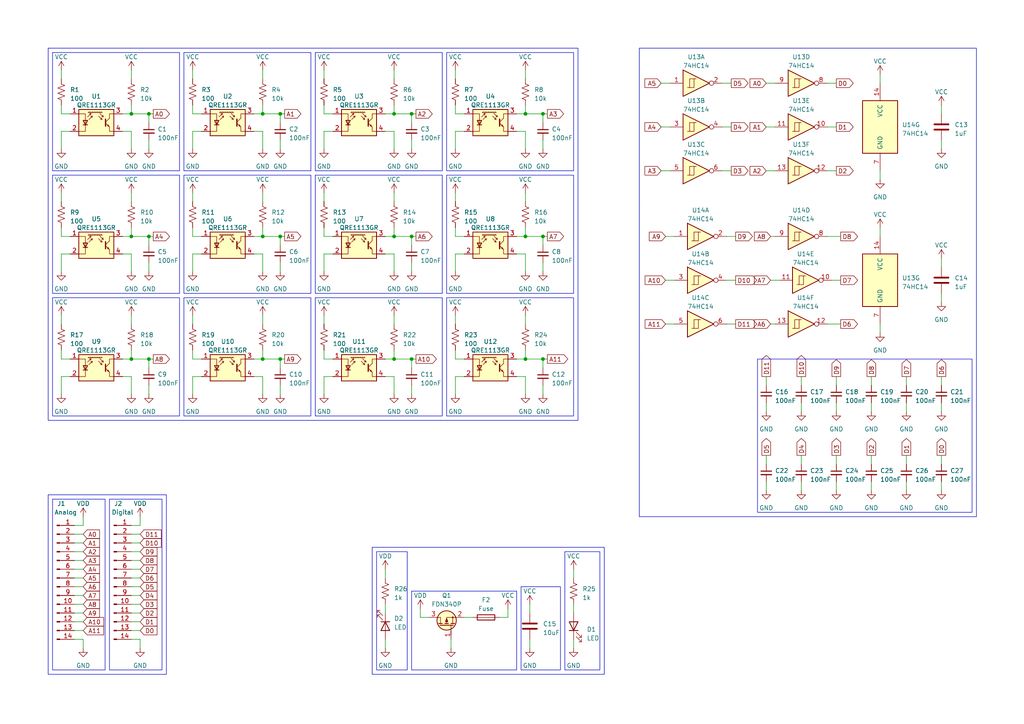
<source format=kicad_sch>
(kicad_sch (version 20230121) (generator eeschema)
  (paper "A4")
  (junction (at 157.48 104.14))
  (junction (at 114.3 104.14))
  (junction (at 38.1 33.02))
  (junction (at 43.18 33.02))
  (junction (at 119.38 68.58))
  (junction (at 76.2 33.02))
  (junction (at 119.38 104.14))
  (junction (at 81.28 68.58))
  (junction (at 152.4 104.14))
  (junction (at 76.2 68.58))
  (junction (at 152.4 68.58))
  (junction (at 43.18 104.14))
  (junction (at 76.2 104.14))
  (junction (at 43.18 68.58))
  (junction (at 81.28 33.02))
  (junction (at 38.1 104.14))
  (junction (at 38.1 68.58))
  (junction (at 81.28 104.14))
  (junction (at 157.48 68.58))
  (junction (at 114.3 33.02))
  (junction (at 119.38 33.02))
  (junction (at 157.48 33.02))
  (junction (at 114.3 68.58))
  (junction (at 152.4 33.02))
  (wire (pts (xy 119.38 33.02) (xy 119.38 35.56)))
  (wire (pts (xy 242.57 109.22) (xy 242.57 111.76)))
  (wire (pts (xy 252.73 132.08) (xy 252.73 134.62)))
  (wire (pts (xy 17.78 38.1) (xy 20.32 38.1)))
  (wire (pts (xy 114.3 20.32) (xy 114.3 22.86)))
  (wire (pts (xy 273.05 109.22) (xy 273.05 111.76)))
  (wire (pts (xy 35.56 33.02) (xy 38.1 33.02)))
  (wire (pts (xy 152.4 68.58) (xy 157.48 68.58)))
  (wire (pts (xy 232.41 139.7) (xy 232.41 142.24)))
  (wire (pts (xy 38.1 185.42) (xy 40.64 185.42)))
  (wire (pts (xy 240.03 36.83) (xy 242.57 36.83)))
  (wire (pts (xy 149.86 33.02) (xy 152.4 33.02)))
  (wire (pts (xy 191.77 36.83) (xy 194.31 36.83)))
  (wire (pts (xy 21.59 160.02) (xy 24.13 160.02)))
  (wire (pts (xy 81.28 33.02) (xy 82.55 33.02)))
  (wire (pts (xy 222.25 132.08) (xy 222.25 134.62)))
  (wire (pts (xy 193.04 68.58) (xy 195.58 68.58)))
  (wire (pts (xy 121.92 179.07) (xy 124.46 179.07)))
  (wire (pts (xy 209.55 24.13) (xy 212.09 24.13)))
  (wire (pts (xy 55.88 38.1) (xy 58.42 38.1)))
  (wire (pts (xy 166.37 165.1) (xy 166.37 167.64)))
  (wire (pts (xy 35.56 38.1) (xy 38.1 38.1)))
  (wire (pts (xy 17.78 20.32) (xy 17.78 22.86)))
  (wire (pts (xy 149.86 109.22) (xy 152.4 109.22)))
  (wire (pts (xy 55.88 91.44) (xy 55.88 93.98)))
  (wire (pts (xy 73.66 33.02) (xy 76.2 33.02)))
  (wire (pts (xy 43.18 33.02) (xy 44.45 33.02)))
  (wire (pts (xy 114.3 109.22) (xy 114.3 114.3)))
  (wire (pts (xy 17.78 55.88) (xy 17.78 58.42)))
  (wire (pts (xy 38.1 73.66) (xy 38.1 78.74)))
  (wire (pts (xy 81.28 76.2) (xy 81.28 78.74)))
  (wire (pts (xy 81.28 104.14) (xy 82.55 104.14)))
  (wire (pts (xy 21.59 185.42) (xy 24.13 185.42)))
  (wire (pts (xy 262.89 116.84) (xy 262.89 119.38)))
  (wire (pts (xy 255.27 66.04) (xy 255.27 68.58)))
  (wire (pts (xy 273.05 139.7) (xy 273.05 142.24)))
  (wire (pts (xy 153.67 175.26) (xy 153.67 177.8)))
  (wire (pts (xy 152.4 73.66) (xy 152.4 78.74)))
  (wire (pts (xy 76.2 68.58) (xy 76.2 66.04)))
  (wire (pts (xy 134.62 179.07) (xy 137.16 179.07)))
  (wire (pts (xy 38.1 167.64) (xy 40.64 167.64)))
  (wire (pts (xy 55.88 30.48) (xy 55.88 33.02)))
  (wire (pts (xy 38.1 175.26) (xy 40.64 175.26)))
  (wire (pts (xy 43.18 40.64) (xy 43.18 43.18)))
  (wire (pts (xy 166.37 175.26) (xy 166.37 177.8)))
  (wire (pts (xy 114.3 68.58) (xy 114.3 66.04)))
  (wire (pts (xy 262.89 139.7) (xy 262.89 142.24)))
  (wire (pts (xy 255.27 93.98) (xy 255.27 96.52)))
  (wire (pts (xy 93.98 91.44) (xy 93.98 93.98)))
  (wire (pts (xy 111.76 185.42) (xy 111.76 187.96)))
  (wire (pts (xy 38.1 104.14) (xy 43.18 104.14)))
  (wire (pts (xy 38.1 180.34) (xy 40.64 180.34)))
  (wire (pts (xy 73.66 38.1) (xy 76.2 38.1)))
  (wire (pts (xy 152.4 104.14) (xy 152.4 101.6)))
  (wire (pts (xy 152.4 55.88) (xy 152.4 58.42)))
  (wire (pts (xy 273.05 132.08) (xy 273.05 134.62)))
  (wire (pts (xy 55.88 104.14) (xy 58.42 104.14)))
  (wire (pts (xy 157.48 68.58) (xy 157.48 71.12)))
  (wire (pts (xy 55.88 43.18) (xy 55.88 38.1)))
  (wire (pts (xy 17.78 43.18) (xy 17.78 38.1)))
  (wire (pts (xy 130.81 185.42) (xy 130.81 187.96)))
  (wire (pts (xy 132.08 43.18) (xy 132.08 38.1)))
  (wire (pts (xy 21.59 167.64) (xy 24.13 167.64)))
  (wire (pts (xy 17.78 33.02) (xy 20.32 33.02)))
  (wire (pts (xy 132.08 101.6) (xy 132.08 104.14)))
  (wire (pts (xy 152.4 33.02) (xy 152.4 30.48)))
  (wire (pts (xy 38.1 172.72) (xy 40.64 172.72)))
  (wire (pts (xy 132.08 114.3) (xy 132.08 109.22)))
  (wire (pts (xy 81.28 68.58) (xy 82.55 68.58)))
  (wire (pts (xy 38.1 104.14) (xy 38.1 101.6)))
  (wire (pts (xy 152.4 91.44) (xy 152.4 93.98)))
  (wire (pts (xy 38.1 68.58) (xy 43.18 68.58)))
  (wire (pts (xy 132.08 73.66) (xy 134.62 73.66)))
  (wire (pts (xy 222.25 139.7) (xy 222.25 142.24)))
  (wire (pts (xy 111.76 38.1) (xy 114.3 38.1)))
  (wire (pts (xy 262.89 132.08) (xy 262.89 134.62)))
  (wire (pts (xy 252.73 109.22) (xy 252.73 111.76)))
  (wire (pts (xy 93.98 33.02) (xy 96.52 33.02)))
  (wire (pts (xy 38.1 33.02) (xy 43.18 33.02)))
  (wire (pts (xy 38.1 152.4) (xy 40.64 152.4)))
  (wire (pts (xy 81.28 104.14) (xy 81.28 106.68)))
  (wire (pts (xy 119.38 33.02) (xy 120.65 33.02)))
  (wire (pts (xy 222.25 24.13) (xy 224.79 24.13)))
  (wire (pts (xy 55.88 66.04) (xy 55.88 68.58)))
  (wire (pts (xy 114.3 91.44) (xy 114.3 93.98)))
  (wire (pts (xy 76.2 68.58) (xy 81.28 68.58)))
  (wire (pts (xy 40.64 152.4) (xy 40.64 149.86)))
  (wire (pts (xy 38.1 157.48) (xy 40.64 157.48)))
  (wire (pts (xy 21.59 175.26) (xy 24.13 175.26)))
  (wire (pts (xy 119.38 104.14) (xy 119.38 106.68)))
  (wire (pts (xy 35.56 68.58) (xy 38.1 68.58)))
  (wire (pts (xy 191.77 24.13) (xy 194.31 24.13)))
  (wire (pts (xy 210.82 93.98) (xy 213.36 93.98)))
  (wire (pts (xy 119.38 68.58) (xy 120.65 68.58)))
  (wire (pts (xy 76.2 104.14) (xy 76.2 101.6)))
  (wire (pts (xy 81.28 68.58) (xy 81.28 71.12)))
  (wire (pts (xy 17.78 114.3) (xy 17.78 109.22)))
  (wire (pts (xy 24.13 152.4) (xy 24.13 149.86)))
  (wire (pts (xy 132.08 20.32) (xy 132.08 22.86)))
  (wire (pts (xy 232.41 109.22) (xy 232.41 111.76)))
  (wire (pts (xy 55.88 33.02) (xy 58.42 33.02)))
  (wire (pts (xy 152.4 20.32) (xy 152.4 22.86)))
  (wire (pts (xy 121.92 176.53) (xy 121.92 179.07)))
  (wire (pts (xy 43.18 68.58) (xy 43.18 71.12)))
  (wire (pts (xy 222.25 36.83) (xy 224.79 36.83)))
  (wire (pts (xy 38.1 154.94) (xy 40.64 154.94)))
  (wire (pts (xy 153.67 185.42) (xy 153.67 187.96)))
  (wire (pts (xy 43.18 76.2) (xy 43.18 78.74)))
  (wire (pts (xy 43.18 111.76) (xy 43.18 114.3)))
  (wire (pts (xy 21.59 172.72) (xy 24.13 172.72)))
  (wire (pts (xy 223.52 93.98) (xy 224.79 93.98)))
  (wire (pts (xy 73.66 104.14) (xy 76.2 104.14)))
  (wire (pts (xy 114.3 104.14) (xy 114.3 101.6)))
  (wire (pts (xy 210.82 81.28) (xy 213.36 81.28)))
  (wire (pts (xy 157.48 68.58) (xy 158.75 68.58)))
  (wire (pts (xy 147.32 179.07) (xy 147.32 176.53)))
  (wire (pts (xy 232.41 116.84) (xy 232.41 119.38)))
  (wire (pts (xy 157.48 33.02) (xy 158.75 33.02)))
  (wire (pts (xy 21.59 165.1) (xy 24.13 165.1)))
  (wire (pts (xy 43.18 104.14) (xy 43.18 106.68)))
  (wire (pts (xy 152.4 68.58) (xy 152.4 66.04)))
  (wire (pts (xy 114.3 73.66) (xy 114.3 78.74)))
  (wire (pts (xy 255.27 49.53) (xy 255.27 52.07)))
  (wire (pts (xy 149.86 104.14) (xy 152.4 104.14)))
  (wire (pts (xy 93.98 38.1) (xy 96.52 38.1)))
  (wire (pts (xy 111.76 109.22) (xy 114.3 109.22)))
  (wire (pts (xy 17.78 30.48) (xy 17.78 33.02)))
  (wire (pts (xy 38.1 109.22) (xy 38.1 114.3)))
  (wire (pts (xy 111.76 104.14) (xy 114.3 104.14)))
  (wire (pts (xy 209.55 49.53) (xy 212.09 49.53)))
  (wire (pts (xy 157.48 40.64) (xy 157.48 43.18)))
  (wire (pts (xy 55.88 109.22) (xy 58.42 109.22)))
  (wire (pts (xy 21.59 180.34) (xy 24.13 180.34)))
  (wire (pts (xy 132.08 66.04) (xy 132.08 68.58)))
  (wire (pts (xy 149.86 73.66) (xy 152.4 73.66)))
  (wire (pts (xy 93.98 101.6) (xy 93.98 104.14)))
  (wire (pts (xy 255.27 21.59) (xy 255.27 24.13)))
  (wire (pts (xy 111.76 33.02) (xy 114.3 33.02)))
  (wire (pts (xy 93.98 104.14) (xy 96.52 104.14)))
  (wire (pts (xy 149.86 38.1) (xy 152.4 38.1)))
  (wire (pts (xy 21.59 157.48) (xy 24.13 157.48)))
  (wire (pts (xy 38.1 160.02) (xy 40.64 160.02)))
  (wire (pts (xy 273.05 116.84) (xy 273.05 119.38)))
  (wire (pts (xy 55.88 78.74) (xy 55.88 73.66)))
  (wire (pts (xy 241.3 81.28) (xy 243.84 81.28)))
  (wire (pts (xy 17.78 73.66) (xy 20.32 73.66)))
  (wire (pts (xy 38.1 177.8) (xy 40.64 177.8)))
  (wire (pts (xy 76.2 104.14) (xy 81.28 104.14)))
  (wire (pts (xy 76.2 38.1) (xy 76.2 43.18)))
  (wire (pts (xy 252.73 116.84) (xy 252.73 119.38)))
  (wire (pts (xy 119.38 68.58) (xy 119.38 71.12)))
  (wire (pts (xy 17.78 78.74) (xy 17.78 73.66)))
  (wire (pts (xy 152.4 33.02) (xy 157.48 33.02)))
  (wire (pts (xy 273.05 40.64) (xy 273.05 43.18)))
  (wire (pts (xy 17.78 91.44) (xy 17.78 93.98)))
  (wire (pts (xy 273.05 85.09) (xy 273.05 87.63)))
  (wire (pts (xy 114.3 38.1) (xy 114.3 43.18)))
  (wire (pts (xy 193.04 81.28) (xy 195.58 81.28)))
  (wire (pts (xy 24.13 185.42) (xy 24.13 187.96)))
  (wire (pts (xy 35.56 73.66) (xy 38.1 73.66)))
  (wire (pts (xy 38.1 68.58) (xy 38.1 66.04)))
  (wire (pts (xy 93.98 68.58) (xy 96.52 68.58)))
  (wire (pts (xy 193.04 93.98) (xy 195.58 93.98)))
  (wire (pts (xy 38.1 33.02) (xy 38.1 30.48)))
  (wire (pts (xy 157.48 33.02) (xy 157.48 35.56)))
  (wire (pts (xy 152.4 109.22) (xy 152.4 114.3)))
  (wire (pts (xy 43.18 33.02) (xy 43.18 35.56)))
  (wire (pts (xy 240.03 49.53) (xy 242.57 49.53)))
  (wire (pts (xy 132.08 55.88) (xy 132.08 58.42)))
  (wire (pts (xy 93.98 73.66) (xy 96.52 73.66)))
  (wire (pts (xy 273.05 30.48) (xy 273.05 33.02)))
  (wire (pts (xy 93.98 55.88) (xy 93.98 58.42)))
  (wire (pts (xy 149.86 68.58) (xy 152.4 68.58)))
  (wire (pts (xy 111.76 165.1) (xy 111.76 167.64)))
  (wire (pts (xy 76.2 55.88) (xy 76.2 58.42)))
  (wire (pts (xy 21.59 162.56) (xy 24.13 162.56)))
  (wire (pts (xy 73.66 73.66) (xy 76.2 73.66)))
  (wire (pts (xy 93.98 30.48) (xy 93.98 33.02)))
  (wire (pts (xy 93.98 66.04) (xy 93.98 68.58)))
  (wire (pts (xy 252.73 139.7) (xy 252.73 142.24)))
  (wire (pts (xy 119.38 104.14) (xy 120.65 104.14)))
  (wire (pts (xy 76.2 73.66) (xy 76.2 78.74)))
  (wire (pts (xy 157.48 111.76) (xy 157.48 114.3)))
  (wire (pts (xy 38.1 55.88) (xy 38.1 58.42)))
  (wire (pts (xy 166.37 185.42) (xy 166.37 187.96)))
  (wire (pts (xy 73.66 68.58) (xy 76.2 68.58)))
  (wire (pts (xy 152.4 104.14) (xy 157.48 104.14)))
  (wire (pts (xy 17.78 104.14) (xy 20.32 104.14)))
  (wire (pts (xy 43.18 104.14) (xy 44.45 104.14)))
  (wire (pts (xy 21.59 182.88) (xy 24.13 182.88)))
  (wire (pts (xy 191.77 49.53) (xy 194.31 49.53)))
  (wire (pts (xy 262.89 109.22) (xy 262.89 111.76)))
  (wire (pts (xy 114.3 104.14) (xy 119.38 104.14)))
  (wire (pts (xy 240.03 68.58) (xy 243.84 68.58)))
  (wire (pts (xy 38.1 91.44) (xy 38.1 93.98)))
  (wire (pts (xy 40.64 185.42) (xy 40.64 187.96)))
  (wire (pts (xy 210.82 68.58) (xy 213.36 68.58)))
  (wire (pts (xy 35.56 104.14) (xy 38.1 104.14)))
  (wire (pts (xy 55.88 114.3) (xy 55.88 109.22)))
  (wire (pts (xy 132.08 30.48) (xy 132.08 33.02)))
  (wire (pts (xy 119.38 76.2) (xy 119.38 78.74)))
  (wire (pts (xy 55.88 68.58) (xy 58.42 68.58)))
  (wire (pts (xy 43.18 68.58) (xy 44.45 68.58)))
  (wire (pts (xy 242.57 116.84) (xy 242.57 119.38)))
  (wire (pts (xy 132.08 78.74) (xy 132.08 73.66)))
  (wire (pts (xy 114.3 55.88) (xy 114.3 58.42)))
  (wire (pts (xy 209.55 36.83) (xy 212.09 36.83)))
  (wire (pts (xy 242.57 139.7) (xy 242.57 142.24)))
  (wire (pts (xy 119.38 40.64) (xy 119.38 43.18)))
  (wire (pts (xy 223.52 68.58) (xy 224.79 68.58)))
  (wire (pts (xy 93.98 114.3) (xy 93.98 109.22)))
  (wire (pts (xy 157.48 104.14) (xy 158.75 104.14)))
  (wire (pts (xy 17.78 101.6) (xy 17.78 104.14)))
  (wire (pts (xy 81.28 40.64) (xy 81.28 43.18)))
  (wire (pts (xy 35.56 109.22) (xy 38.1 109.22)))
  (wire (pts (xy 17.78 68.58) (xy 20.32 68.58)))
  (wire (pts (xy 76.2 33.02) (xy 81.28 33.02)))
  (wire (pts (xy 38.1 20.32) (xy 38.1 22.86)))
  (wire (pts (xy 240.03 24.13) (xy 242.57 24.13)))
  (wire (pts (xy 119.38 111.76) (xy 119.38 114.3)))
  (wire (pts (xy 76.2 20.32) (xy 76.2 22.86)))
  (wire (pts (xy 111.76 175.26) (xy 111.76 177.8)))
  (wire (pts (xy 81.28 111.76) (xy 81.28 114.3)))
  (wire (pts (xy 81.28 33.02) (xy 81.28 35.56)))
  (wire (pts (xy 21.59 170.18) (xy 24.13 170.18)))
  (wire (pts (xy 132.08 38.1) (xy 134.62 38.1)))
  (wire (pts (xy 38.1 170.18) (xy 40.64 170.18)))
  (wire (pts (xy 114.3 68.58) (xy 119.38 68.58)))
  (wire (pts (xy 222.25 109.22) (xy 222.25 111.76)))
  (wire (pts (xy 157.48 104.14) (xy 157.48 106.68)))
  (wire (pts (xy 38.1 162.56) (xy 40.64 162.56)))
  (wire (pts (xy 114.3 33.02) (xy 114.3 30.48)))
  (wire (pts (xy 93.98 20.32) (xy 93.98 22.86)))
  (wire (pts (xy 17.78 109.22) (xy 20.32 109.22)))
  (wire (pts (xy 232.41 132.08) (xy 232.41 134.62)))
  (wire (pts (xy 157.48 76.2) (xy 157.48 78.74)))
  (wire (pts (xy 17.78 66.04) (xy 17.78 68.58)))
  (wire (pts (xy 273.05 74.93) (xy 273.05 77.47)))
  (wire (pts (xy 55.88 55.88) (xy 55.88 58.42)))
  (wire (pts (xy 76.2 33.02) (xy 76.2 30.48)))
  (wire (pts (xy 55.88 73.66) (xy 58.42 73.66)))
  (wire (pts (xy 222.25 116.84) (xy 222.25 119.38)))
  (wire (pts (xy 223.52 81.28) (xy 226.06 81.28)))
  (wire (pts (xy 222.25 49.53) (xy 224.79 49.53)))
  (wire (pts (xy 73.66 109.22) (xy 76.2 109.22)))
  (wire (pts (xy 132.08 91.44) (xy 132.08 93.98)))
  (wire (pts (xy 240.03 93.98) (xy 243.84 93.98)))
  (wire (pts (xy 76.2 109.22) (xy 76.2 114.3)))
  (wire (pts (xy 21.59 154.94) (xy 24.13 154.94)))
  (wire (pts (xy 132.08 33.02) (xy 134.62 33.02)))
  (wire (pts (xy 93.98 109.22) (xy 96.52 109.22)))
  (wire (pts (xy 111.76 73.66) (xy 114.3 73.66)))
  (wire (pts (xy 152.4 38.1) (xy 152.4 43.18)))
  (wire (pts (xy 111.76 68.58) (xy 114.3 68.58)))
  (wire (pts (xy 38.1 182.88) (xy 40.64 182.88)))
  (wire (pts (xy 93.98 43.18) (xy 93.98 38.1)))
  (wire (pts (xy 55.88 101.6) (xy 55.88 104.14)))
  (wire (pts (xy 76.2 91.44) (xy 76.2 93.98)))
  (wire (pts (xy 21.59 152.4) (xy 24.13 152.4)))
  (wire (pts (xy 132.08 68.58) (xy 134.62 68.58)))
  (wire (pts (xy 38.1 165.1) (xy 40.64 165.1)))
  (wire (pts (xy 93.98 78.74) (xy 93.98 73.66)))
  (wire (pts (xy 242.57 132.08) (xy 242.57 134.62)))
  (wire (pts (xy 132.08 104.14) (xy 134.62 104.14)))
  (wire (pts (xy 132.08 109.22) (xy 134.62 109.22)))
  (wire (pts (xy 21.59 177.8) (xy 24.13 177.8)))
  (wire (pts (xy 114.3 33.02) (xy 119.38 33.02)))
  (wire (pts (xy 55.88 20.32) (xy 55.88 22.86)))
  (wire (pts (xy 144.78 179.07) (xy 147.32 179.07)))
  (wire (pts (xy 38.1 38.1) (xy 38.1 43.18)))
  (rectangle (start 119.38 171.45) (end 149.86 194.31))
  (rectangle (start 53.34 15.24) (end 90.17 49.53))
  (rectangle (start 91.44 50.8) (end 128.27 85.09))
  (rectangle (start 53.34 50.8) (end 90.17 85.09))
  (rectangle (start 53.34 86.36) (end 90.17 120.65))
  (rectangle (start 109.22 160.02) (end 118.11 194.31))
  (rectangle (start 163.83 160.02) (end 173.99 194.31))
  (rectangle (start 185.42 13.97) (end 283.21 149.86))
  (rectangle (start 151.13 170.18) (end 162.56 194.31))
  (rectangle (start 31.75 144.78) (end 46.99 194.31))
  (rectangle (start 15.24 50.8) (end 52.07 85.09))
  (rectangle (start 15.24 86.36) (end 52.07 120.65))
  (rectangle (start 13.97 143.51) (end 48.26 195.58))
  (rectangle (start 91.44 15.24) (end 128.27 49.53))
  (rectangle (start 129.54 15.24) (end 166.37 49.53))
  (rectangle (start 91.44 86.36) (end 128.27 120.65))
  (rectangle (start 107.95 158.75) (end 175.26 195.58))
  (rectangle (start 219.71 104.14) (end 281.94 148.59))
  (rectangle (start 13.97 13.97) (end 167.64 121.92))
  (rectangle (start 186.69 59.69) (end 281.94 102.87) (stroke (width 0) (color 255 255 255 1)))
  (rectangle (start 129.54 50.8) (end 166.37 85.09))
  (rectangle (start 15.24 15.24) (end 52.07 49.53))
  (rectangle (start 186.69 15.24) (end 281.94 58.42) (stroke (width 0) (color 255 255 255 1)))
  (rectangle (start 15.24 144.78) (end 30.48 194.31))
  (rectangle (start 129.54 86.36) (end 166.37 120.65))
  (global_label "A11" (shape input) (at 24.13 182.88 0) (property "Intersheetrefs" "${INTERSHEET_REFS}" (effects hide)))
  (global_label "D1" (shape output) (at 242.57 36.83 0) (property "Intersheetrefs" "${INTERSHEET_REFS}" (effects hide)))
  (global_label "D10" (shape input) (at 40.64 157.48 0) (property "Intersheetrefs" "${INTERSHEET_REFS}" (effects hide)))
  (global_label "A0" (shape input) (at 24.13 154.94 0) (property "Intersheetrefs" "${INTERSHEET_REFS}" (effects hide)))
  (global_label "A0" (shape input) (at 222.25 24.13 180) (property "Intersheetrefs" "${INTERSHEET_REFS}" (effects hide)))
  (global_label "A2" (shape output) (at 120.65 33.02 0) (property "Intersheetrefs" "${INTERSHEET_REFS}" (effects hide)))
  (global_label "A4" (shape input) (at 24.13 165.1 0) (property "Intersheetrefs" "${INTERSHEET_REFS}" (effects hide)))
  (global_label "D5" (shape output) (at 212.09 24.13 0) (property "Intersheetrefs" "${INTERSHEET_REFS}" (effects hide)))
  (global_label "A7" (shape output) (at 158.75 68.58 0) (property "Intersheetrefs" "${INTERSHEET_REFS}" (effects hide)))
  (global_label "A5" (shape output) (at 82.55 68.58 0) (property "Intersheetrefs" "${INTERSHEET_REFS}" (effects hide)))
  (global_label "D2" (shape output) (at 252.73 132.08 90) (property "Intersheetrefs" "${INTERSHEET_REFS}" (effects hide)))
  (global_label "A6" (shape output) (at 120.65 68.58 0) (property "Intersheetrefs" "${INTERSHEET_REFS}" (effects hide)))
  (global_label "A1" (shape input) (at 222.25 36.83 180) (property "Intersheetrefs" "${INTERSHEET_REFS}" (effects hide)))
  (global_label "A2" (shape input) (at 222.25 49.53 180) (property "Intersheetrefs" "${INTERSHEET_REFS}" (effects hide)))
  (global_label "A8" (shape input) (at 223.52 68.58 180) (property "Intersheetrefs" "${INTERSHEET_REFS}" (effects hide)))
  (global_label "A2" (shape input) (at 24.13 160.02 0) (property "Intersheetrefs" "${INTERSHEET_REFS}" (effects hide)))
  (global_label "A7" (shape input) (at 24.13 172.72 0) (property "Intersheetrefs" "${INTERSHEET_REFS}" (effects hide)))
  (global_label "A6" (shape input) (at 24.13 170.18 0) (property "Intersheetrefs" "${INTERSHEET_REFS}" (effects hide)))
  (global_label "D8" (shape output) (at 252.73 109.22 90) (property "Intersheetrefs" "${INTERSHEET_REFS}" (effects hide)))
  (global_label "D11" (shape output) (at 222.25 109.22 90) (property "Intersheetrefs" "${INTERSHEET_REFS}" (effects hide)))
  (global_label "D5" (shape output) (at 222.25 132.08 90) (property "Intersheetrefs" "${INTERSHEET_REFS}" (effects hide)))
  (global_label "D10" (shape output) (at 213.36 81.28 0) (property "Intersheetrefs" "${INTERSHEET_REFS}" (effects hide)))
  (global_label "D7" (shape output) (at 243.84 81.28 0) (property "Intersheetrefs" "${INTERSHEET_REFS}" (effects hide)))
  (global_label "A8" (shape input) (at 24.13 175.26 0) (property "Intersheetrefs" "${INTERSHEET_REFS}" (effects hide)))
  (global_label "D9" (shape output) (at 213.36 68.58 0) (property "Intersheetrefs" "${INTERSHEET_REFS}" (effects hide)))
  (global_label "A1" (shape input) (at 24.13 157.48 0) (property "Intersheetrefs" "${INTERSHEET_REFS}" (effects hide)))
  (global_label "D6" (shape output) (at 243.84 93.98 0) (property "Intersheetrefs" "${INTERSHEET_REFS}" (effects hide)))
  (global_label "A6" (shape input) (at 223.52 93.98 180) (property "Intersheetrefs" "${INTERSHEET_REFS}" (effects hide)))
  (global_label "D3" (shape input) (at 40.64 175.26 0) (property "Intersheetrefs" "${INTERSHEET_REFS}" (effects hide)))
  (global_label "D7" (shape output) (at 262.89 109.22 90) (property "Intersheetrefs" "${INTERSHEET_REFS}" (effects hide)))
  (global_label "D0" (shape input) (at 40.64 182.88 0) (property "Intersheetrefs" "${INTERSHEET_REFS}" (effects hide)))
  (global_label "A9" (shape input) (at 24.13 177.8 0) (property "Intersheetrefs" "${INTERSHEET_REFS}" (effects hide)))
  (global_label "D0" (shape output) (at 273.05 132.08 90) (property "Intersheetrefs" "${INTERSHEET_REFS}" (effects hide)))
  (global_label "D1" (shape input) (at 40.64 180.34 0) (property "Intersheetrefs" "${INTERSHEET_REFS}" (effects hide)))
  (global_label "A1" (shape output) (at 82.55 33.02 0) (property "Intersheetrefs" "${INTERSHEET_REFS}" (effects hide)))
  (global_label "A5" (shape input) (at 191.77 24.13 180) (property "Intersheetrefs" "${INTERSHEET_REFS}" (effects hide)))
  (global_label "D1" (shape output) (at 262.89 132.08 90) (property "Intersheetrefs" "${INTERSHEET_REFS}" (effects hide)))
  (global_label "A10" (shape input) (at 193.04 81.28 180) (property "Intersheetrefs" "${INTERSHEET_REFS}" (effects hide)))
  (global_label "D6" (shape input) (at 40.64 167.64 0) (property "Intersheetrefs" "${INTERSHEET_REFS}" (effects hide)))
  (global_label "A11" (shape output) (at 158.75 104.14 0) (property "Intersheetrefs" "${INTERSHEET_REFS}" (effects hide)))
  (global_label "D9" (shape input) (at 40.64 160.02 0) (property "Intersheetrefs" "${INTERSHEET_REFS}" (effects hide)))
  (global_label "A0" (shape output) (at 44.45 33.02 0) (property "Intersheetrefs" "${INTERSHEET_REFS}" (effects hide)))
  (global_label "D4" (shape input) (at 40.64 172.72 0) (property "Intersheetrefs" "${INTERSHEET_REFS}" (effects hide)))
  (global_label "A4" (shape input) (at 191.77 36.83 180) (property "Intersheetrefs" "${INTERSHEET_REFS}" (effects hide)))
  (global_label "D3" (shape output) (at 212.09 49.53 0) (property "Intersheetrefs" "${INTERSHEET_REFS}" (effects hide)))
  (global_label "D9" (shape output) (at 242.57 109.22 90) (property "Intersheetrefs" "${INTERSHEET_REFS}" (effects hide)))
  (global_label "A3" (shape input) (at 24.13 162.56 0) (property "Intersheetrefs" "${INTERSHEET_REFS}" (effects hide)))
  (global_label "A4" (shape output) (at 44.45 68.58 0) (property "Intersheetrefs" "${INTERSHEET_REFS}" (effects hide)))
  (global_label "D2" (shape output) (at 242.57 49.53 0) (property "Intersheetrefs" "${INTERSHEET_REFS}" (effects hide)))
  (global_label "A11" (shape input) (at 193.04 93.98 180) (property "Intersheetrefs" "${INTERSHEET_REFS}" (effects hide)))
  (global_label "D7" (shape input) (at 40.64 165.1 0) (property "Intersheetrefs" "${INTERSHEET_REFS}" (effects hide)))
  (global_label "D11" (shape input) (at 40.64 154.94 0) (property "Intersheetrefs" "${INTERSHEET_REFS}" (effects hide)))
  (global_label "A9" (shape input) (at 193.04 68.58 180) (property "Intersheetrefs" "${INTERSHEET_REFS}" (effects hide)))
  (global_label "A3" (shape input) (at 191.77 49.53 180) (property "Intersheetrefs" "${INTERSHEET_REFS}" (effects hide)))
  (global_label "A5" (shape input) (at 24.13 167.64 0) (property "Intersheetrefs" "${INTERSHEET_REFS}" (effects hide)))
  (global_label "D10" (shape output) (at 232.41 109.22 90) (property "Intersheetrefs" "${INTERSHEET_REFS}" (effects hide)))
  (global_label "A3" (shape output) (at 158.75 33.02 0) (property "Intersheetrefs" "${INTERSHEET_REFS}" (effects hide)))
  (global_label "D4" (shape output) (at 212.09 36.83 0) (property "Intersheetrefs" "${INTERSHEET_REFS}" (effects hide)))
  (global_label "A10" (shape output) (at 120.65 104.14 0) (property "Intersheetrefs" "${INTERSHEET_REFS}" (effects hide)))
  (global_label "D3" (shape output) (at 242.57 132.08 90) (property "Intersheetrefs" "${INTERSHEET_REFS}" (effects hide)))
  (global_label "D11" (shape output) (at 213.36 93.98 0) (property "Intersheetrefs" "${INTERSHEET_REFS}" (effects hide)))
  (global_label "A10" (shape input) (at 24.13 180.34 0) (property "Intersheetrefs" "${INTERSHEET_REFS}" (effects hide)))
  (global_label "A9" (shape output) (at 82.55 104.14 0) (property "Intersheetrefs" "${INTERSHEET_REFS}" (effects hide)))
  (global_label "D4" (shape output) (at 232.41 132.08 90) (property "Intersheetrefs" "${INTERSHEET_REFS}" (effects hide)))
  (global_label "D6" (shape output) (at 273.05 109.22 90) (property "Intersheetrefs" "${INTERSHEET_REFS}" (effects hide)))
  (global_label "D2" (shape input) (at 40.64 177.8 0) (property "Intersheetrefs" "${INTERSHEET_REFS}" (effects hide)))
  (global_label "A7" (shape input) (at 223.52 81.28 180) (property "Intersheetrefs" "${INTERSHEET_REFS}" (effects hide)))
  (global_label "D8" (shape output) (at 243.84 68.58 0) (property "Intersheetrefs" "${INTERSHEET_REFS}" (effects hide)))
  (global_label "D8" (shape input) (at 40.64 162.56 0) (property "Intersheetrefs" "${INTERSHEET_REFS}" (effects hide)))
  (global_label "D5" (shape input) (at 40.64 170.18 0) (property "Intersheetrefs" "${INTERSHEET_REFS}" (effects hide)))
  (global_label "D0" (shape output) (at 242.57 24.13 0) (property "Intersheetrefs" "${INTERSHEET_REFS}" (effects hide)))
  (global_label "A8" (shape output) (at 44.45 104.14 0) (property "Intersheetrefs" "${INTERSHEET_REFS}" (effects hide)))
  (symbol (lib_id "PCM_4ms_Power-symbol:GND") (at 273.05 43.18 0) (unit 1)
    (property "Reference" "#PWR064" (effects hide))
    (property "Value" "GND" (at 273.05 48.26 0))
  )
  (symbol (lib_id "Sensor_Proximity:QRE1113GR") (at 142.24 106.68 0) (unit 1)
    (property "Reference" "U12" (at 142.24 99.06 0))
    (property "Value" "QRE1113GR" (at 142.24 101.6 0))
    (property "Footprint" "OptoDevice:OnSemi_CASE100CY" (effects hide))
    (property "Datasheet" "http://www.onsemi.com/pub/Collateral/QRE1113-D.PDF" (effects hide))
  )
  (symbol (lib_id "Device:R_US") (at 132.08 26.67 0) (unit 1)
    (property "Reference" "R7" (at 134.62 26.035 0) (effects (justify left)))
    (property "Value" "100" (at 134.62 28.575 0) (effects (justify left)))
    (property "Footprint" "Resistor_SMD:R_0603_1608Metric" (effects hide))
  )
  (symbol (lib_id "Device:C_Small") (at 273.05 137.16 0) (unit 1)
    (property "Reference" "C27" (at 275.59 136.5313 0) (effects (justify left)))
    (property "Value" "100nF" (at 275.59 139.0713 0) (effects (justify left)))
    (property "Footprint" "Capacitor_SMD:C_0603_1608Metric" (effects hide))
  )
  (symbol (lib_id "PCM_4ms_Power-symbol:GND") (at 222.25 142.24 0) (unit 1)
    (property "Reference" "#PWR095" (effects hide))
    (property "Value" "GND" (at 222.25 147.32 0))
  )
  (symbol (lib_id "PCM_4ms_Power-symbol:GND") (at 222.25 119.38 0) (unit 1)
    (property "Reference" "#PWR082" (effects hide))
    (property "Value" "GND" (at 222.25 124.46 0))
  )
  (symbol (lib_id "Sensor_Proximity:QRE1113GR") (at 142.24 35.56 0) (unit 1)
    (property "Reference" "U4" (at 142.24 27.94 0))
    (property "Value" "QRE1113GR" (at 142.24 30.48 0))
    (property "Footprint" "OptoDevice:OnSemi_CASE100CY" (effects hide))
    (property "Datasheet" "http://www.onsemi.com/pub/Collateral/QRE1113-D.PDF" (effects hide))
  )
  (symbol (lib_id "74xx:74HC14") (at 255.27 36.83 0) (unit 7)
    (property "Reference" "U14" (at 261.62 36.195 0) (effects (justify left)))
    (property "Value" "74HC14" (at 261.62 38.735 0) (effects (justify left)))
    (property "Footprint" "PCM_Package_SO_AKL:SOIC-14_3.9x8.7mm_P1.27mm" (effects hide))
    (property "Datasheet" "http://www.ti.com/lit/gpn/sn74HC14" (effects hide))
  )
  (symbol (lib_id "74xx:74HC14") (at 232.41 24.13 0) (unit 4)
    (property "Reference" "U13" (at 232.41 16.51 0))
    (property "Value" "74HC14" (at 232.41 19.05 0))
    (property "Footprint" "PCM_Package_SO_AKL:SOIC-14_3.9x8.7mm_P1.27mm" (effects hide))
    (property "Datasheet" "http://www.ti.com/lit/gpn/sn74HC14" (effects hide))
  )
  (symbol (lib_id "PCM_4ms_Power-symbol:GND") (at 119.38 114.3 0) (unit 1)
    (property "Reference" "#PWR055" (effects hide))
    (property "Value" "GND" (at 119.38 119.38 0))
  )
  (symbol (lib_id "power:VCC") (at 76.2 20.32 0) (unit 1)
    (property "Reference" "#PWR08" (effects hide))
    (property "Value" "VCC" (at 76.2 16.51 0))
  )
  (symbol (lib_id "PCM_4ms_Power-symbol:GND") (at 119.38 43.18 0) (unit 1)
    (property "Reference" "#PWR015" (effects hide))
    (property "Value" "GND" (at 119.38 48.26 0))
  )
  (symbol (lib_id "Device:R_US") (at 55.88 26.67 0) (unit 1)
    (property "Reference" "R3" (at 58.42 26.035 0) (effects (justify left)))
    (property "Value" "100" (at 58.42 28.575 0) (effects (justify left)))
    (property "Footprint" "Resistor_SMD:R_0603_1608Metric" (effects hide))
  )
  (symbol (lib_id "74xx:74HC14") (at 232.41 49.53 0) (unit 6)
    (property "Reference" "U13" (at 232.41 41.91 0))
    (property "Value" "74HC14" (at 232.41 44.45 0))
    (property "Footprint" "PCM_Package_SO_AKL:SOIC-14_3.9x8.7mm_P1.27mm" (effects hide))
    (property "Datasheet" "http://www.ti.com/lit/gpn/sn74HC14" (effects hide))
  )
  (symbol (lib_id "Device:R_US") (at 152.4 62.23 0) (unit 1)
    (property "Reference" "R16" (at 154.94 61.595 0) (effects (justify left)))
    (property "Value" "10k" (at 154.94 64.135 0) (effects (justify left)))
    (property "Footprint" "Resistor_SMD:R_0603_1608Metric" (effects hide))
  )
  (symbol (lib_id "power:VCC") (at 166.37 165.1 0) (unit 1)
    (property "Reference" "#PWR077" (effects hide))
    (property "Value" "VCC" (at 166.37 161.29 0))
  )
  (symbol (lib_id "PCM_4ms_Power-symbol:GND") (at 76.2 114.3 0) (unit 1)
    (property "Reference" "#PWR049" (effects hide))
    (property "Value" "GND" (at 76.2 119.38 0))
  )
  (symbol (lib_id "Device:R_US") (at 152.4 26.67 0) (unit 1)
    (property "Reference" "R8" (at 154.94 26.035 0) (effects (justify left)))
    (property "Value" "10k" (at 154.94 28.575 0) (effects (justify left)))
    (property "Footprint" "Resistor_SMD:R_0603_1608Metric" (effects hide))
  )
  (symbol (lib_id "PCM_4ms_Power-symbol:GND") (at 76.2 43.18 0) (unit 1)
    (property "Reference" "#PWR09" (effects hide))
    (property "Value" "GND" (at 76.2 48.26 0))
  )
  (symbol (lib_id "PCM_4ms_Power-symbol:GND") (at 242.57 142.24 0) (unit 1)
    (property "Reference" "#PWR084" (effects hide))
    (property "Value" "GND" (at 242.57 147.32 0))
  )
  (symbol (lib_id "power:VDD") (at 24.13 149.86 0) (unit 1)
    (property "Reference" "#PWR069" (effects hide))
    (property "Value" "VDD" (at 24.13 146.05 0))
  )
  (symbol (lib_id "Device:C_Small") (at 119.38 38.1 0) (unit 1)
    (property "Reference" "C3" (at 121.92 37.4713 0) (effects (justify left)))
    (property "Value" "100nF" (at 121.92 40.0113 0) (effects (justify left)))
    (property "Footprint" "Capacitor_SMD:C_0603_1608Metric" (effects hide))
  )
  (symbol (lib_id "Sensor_Proximity:QRE1113GR") (at 104.14 106.68 0) (unit 1)
    (property "Reference" "U11" (at 104.14 99.06 0))
    (property "Value" "QRE1113GR" (at 104.14 101.6 0))
    (property "Footprint" "OptoDevice:OnSemi_CASE100CY" (effects hide))
    (property "Datasheet" "http://www.onsemi.com/pub/Collateral/QRE1113-D.PDF" (effects hide))
  )
  (symbol (lib_id "74xx:74HC14") (at 232.41 68.58 0) (unit 4)
    (property "Reference" "U14" (at 232.41 60.96 0))
    (property "Value" "74HC14" (at 232.41 63.5 0))
    (property "Footprint" "PCM_Package_SO_AKL:SOIC-14_3.9x8.7mm_P1.27mm" (effects hide))
    (property "Datasheet" "http://www.ti.com/lit/gpn/sn74HC14" (effects hide))
  )
  (symbol (lib_id "Device:C_Small") (at 43.18 38.1 0) (unit 1)
    (property "Reference" "C1" (at 45.72 37.4713 0) (effects (justify left)))
    (property "Value" "100nF" (at 45.72 40.0113 0) (effects (justify left)))
    (property "Footprint" "Capacitor_SMD:C_0603_1608Metric" (effects hide))
  )
  (symbol (lib_id "Device:R_US") (at 132.08 62.23 0) (unit 1)
    (property "Reference" "R15" (at 134.62 61.595 0) (effects (justify left)))
    (property "Value" "100" (at 134.62 64.135 0) (effects (justify left)))
    (property "Footprint" "Resistor_SMD:R_0603_1608Metric" (effects hide))
  )
  (symbol (lib_id "Device:R_US") (at 38.1 97.79 0) (unit 1)
    (property "Reference" "R18" (at 40.64 97.155 0) (effects (justify left)))
    (property "Value" "10k" (at 40.64 99.695 0) (effects (justify left)))
    (property "Footprint" "Resistor_SMD:R_0603_1608Metric" (effects hide))
  )
  (symbol (lib_id "power:VCC") (at 55.88 91.44 0) (unit 1)
    (property "Reference" "#PWR046" (effects hide))
    (property "Value" "VCC" (at 55.88 87.63 0))
  )
  (symbol (lib_id "Device:R_US") (at 17.78 62.23 0) (unit 1)
    (property "Reference" "R9" (at 20.32 61.595 0) (effects (justify left)))
    (property "Value" "100" (at 20.32 64.135 0) (effects (justify left)))
    (property "Footprint" "Resistor_SMD:R_0603_1608Metric" (effects hide))
  )
  (symbol (lib_id "Sensor_Proximity:QRE1113GR") (at 104.14 71.12 0) (unit 1)
    (property "Reference" "U7" (at 104.14 63.5 0))
    (property "Value" "QRE1113GR" (at 104.14 66.04 0))
    (property "Footprint" "OptoDevice:OnSemi_CASE100CY" (effects hide))
    (property "Datasheet" "http://www.onsemi.com/pub/Collateral/QRE1113-D.PDF" (effects hide))
  )
  (symbol (lib_id "74xx:74HC14") (at 203.2 81.28 0) (unit 2)
    (property "Reference" "U14" (at 203.2 73.66 0))
    (property "Value" "74HC14" (at 203.2 76.2 0))
    (property "Footprint" "PCM_Package_SO_AKL:SOIC-14_3.9x8.7mm_P1.27mm" (effects hide))
    (property "Datasheet" "http://www.ti.com/lit/gpn/sn74HC14" (effects hide))
  )
  (symbol (lib_id "Sensor_Proximity:QRE1113GR") (at 66.04 35.56 0) (unit 1)
    (property "Reference" "U2" (at 66.04 27.94 0))
    (property "Value" "QRE1113GR" (at 66.04 30.48 0))
    (property "Footprint" "OptoDevice:OnSemi_CASE100CY" (effects hide))
    (property "Datasheet" "http://www.onsemi.com/pub/Collateral/QRE1113-D.PDF" (effects hide))
  )
  (symbol (lib_id "PCM_4ms_Power-symbol:GND") (at 119.38 78.74 0) (unit 1)
    (property "Reference" "#PWR035" (effects hide))
    (property "Value" "GND" (at 119.38 83.82 0))
  )
  (symbol (lib_id "PCM_4ms_Power-symbol:GND") (at 76.2 78.74 0) (unit 1)
    (property "Reference" "#PWR029" (effects hide))
    (property "Value" "GND" (at 76.2 83.82 0))
  )
  (symbol (lib_id "power:VCC") (at 38.1 55.88 0) (unit 1)
    (property "Reference" "#PWR023" (effects hide))
    (property "Value" "VCC" (at 38.1 52.07 0))
  )
  (symbol (lib_id "PCM_4ms_Power-symbol:GND") (at 157.48 43.18 0) (unit 1)
    (property "Reference" "#PWR020" (effects hide))
    (property "Value" "GND" (at 157.48 48.26 0))
  )
  (symbol (lib_id "PCM_4ms_Power-symbol:GND") (at 130.81 187.96 0) (unit 1)
    (property "Reference" "#PWR079" (effects hide))
    (property "Value" "GND" (at 130.81 193.04 0))
  )
  (symbol (lib_id "PCM_4ms_Power-symbol:GND") (at 93.98 43.18 0) (unit 1)
    (property "Reference" "#PWR012" (effects hide))
    (property "Value" "GND" (at 93.98 48.26 0))
  )
  (symbol (lib_id "PCM_4ms_Power-symbol:GND") (at 38.1 114.3 0) (unit 1)
    (property "Reference" "#PWR044" (effects hide))
    (property "Value" "GND" (at 38.1 119.38 0))
  )
  (symbol (lib_id "PCM_4ms_Power-symbol:GND") (at 262.89 119.38 0) (unit 1)
    (property "Reference" "#PWR093" (effects hide))
    (property "Value" "GND" (at 262.89 124.46 0))
  )
  (symbol (lib_id "PCM_4ms_Power-symbol:GND") (at 152.4 43.18 0) (unit 1)
    (property "Reference" "#PWR019" (effects hide))
    (property "Value" "GND" (at 152.4 48.26 0))
  )
  (symbol (lib_id "power:VCC") (at 55.88 20.32 0) (unit 1)
    (property "Reference" "#PWR06" (effects hide))
    (property "Value" "VCC" (at 55.88 16.51 0))
  )
  (symbol (lib_id "PCM_4ms_Power-symbol:GND") (at 255.27 52.07 0) (unit 1)
    (property "Reference" "#PWR062" (effects hide))
    (property "Value" "GND" (at 255.27 57.15 0))
  )
  (symbol (lib_id "PCM_4ms_Power-symbol:GND") (at 152.4 78.74 0) (unit 1)
    (property "Reference" "#PWR039" (effects hide))
    (property "Value" "GND" (at 152.4 83.82 0))
  )
  (symbol (lib_id "Device:R_US") (at 76.2 62.23 0) (unit 1)
    (property "Reference" "R12" (at 78.74 61.595 0) (effects (justify left)))
    (property "Value" "10k" (at 78.74 64.135 0) (effects (justify left)))
    (property "Footprint" "Resistor_SMD:R_0603_1608Metric" (effects hide))
  )
  (symbol (lib_id "Device:LED") (at 111.76 181.61 270) (unit 1)
    (property "Reference" "D2" (at 114.3 179.3875 90) (effects (justify left)))
    (property "Value" "LED" (at 114.3 181.9275 90) (effects (justify left)))
    (property "Footprint" "LED_SMD:LED_0603_1608Metric" (effects hide))
  )
  (symbol (lib_id "74xx:74HC14") (at 255.27 81.28 0) (unit 7)
    (property "Reference" "U13" (at 261.62 80.645 0) (effects (justify left)))
    (property "Value" "74HC14" (at 261.62 83.185 0) (effects (justify left)))
    (property "Footprint" "PCM_Package_SO_AKL:SOIC-14_3.9x8.7mm_P1.27mm" (effects hide))
    (property "Datasheet" "http://www.ti.com/lit/gpn/sn74HC14" (effects hide))
  )
  (symbol (lib_id "Device:R_US") (at 93.98 62.23 0) (unit 1)
    (property "Reference" "R13" (at 96.52 61.595 0) (effects (justify left)))
    (property "Value" "100" (at 96.52 64.135 0) (effects (justify left)))
    (property "Footprint" "Resistor_SMD:R_0603_1608Metric" (effects hide))
  )
  (symbol (lib_id "Device:C_Small") (at 252.73 114.3 0) (unit 1)
    (property "Reference" "C19" (at 255.27 113.6713 0) (effects (justify left)))
    (property "Value" "100nF" (at 255.27 116.2113 0) (effects (justify left)))
    (property "Footprint" "Capacitor_SMD:C_0603_1608Metric" (effects hide))
  )
  (symbol (lib_id "power:VCC") (at 93.98 55.88 0) (unit 1)
    (property "Reference" "#PWR031" (effects hide))
    (property "Value" "VCC" (at 93.98 52.07 0))
  )
  (symbol (lib_id "power:VCC") (at 273.05 74.93 0) (unit 1)
    (property "Reference" "#PWR067" (effects hide))
    (property "Value" "VCC" (at 273.05 71.12 0))
  )
  (symbol (lib_id "PCM_4ms_Power-symbol:GND") (at 111.76 187.96 0) (unit 1)
    (property "Reference" "#PWR074" (effects hide))
    (property "Value" "GND" (at 111.76 193.04 0))
  )
  (symbol (lib_id "Device:R_US") (at 114.3 26.67 0) (unit 1)
    (property "Reference" "R6" (at 116.84 26.035 0) (effects (justify left)))
    (property "Value" "10k" (at 116.84 28.575 0) (effects (justify left)))
    (property "Footprint" "Resistor_SMD:R_0603_1608Metric" (effects hide))
  )
  (symbol (lib_id "Sensor_Proximity:QRE1113GR") (at 104.14 35.56 0) (unit 1)
    (property "Reference" "U3" (at 104.14 27.94 0))
    (property "Value" "QRE1113GR" (at 104.14 30.48 0))
    (property "Footprint" "OptoDevice:OnSemi_CASE100CY" (effects hide))
    (property "Datasheet" "http://www.onsemi.com/pub/Collateral/QRE1113-D.PDF" (effects hide))
  )
  (symbol (lib_id "Device:C_Small") (at 157.48 38.1 0) (unit 1)
    (property "Reference" "C4" (at 160.02 37.4713 0) (effects (justify left)))
    (property "Value" "100nF" (at 160.02 40.0113 0) (effects (justify left)))
    (property "Footprint" "Capacitor_SMD:C_0603_1608Metric" (effects hide))
  )
  (symbol (lib_id "Device:C_Small") (at 157.48 109.22 0) (unit 1)
    (property "Reference" "C12" (at 160.02 108.5913 0) (effects (justify left)))
    (property "Value" "100nF" (at 160.02 111.1313 0) (effects (justify left)))
    (property "Footprint" "Capacitor_SMD:C_0603_1608Metric" (effects hide))
  )
  (symbol (lib_id "PCM_4ms_Power-symbol:GND") (at 40.64 187.96 0) (unit 1)
    (property "Reference" "#PWR072" (effects hide))
    (property "Value" "GND" (at 40.64 193.04 0))
  )
  (symbol (lib_id "power:VCC") (at 152.4 55.88 0) (unit 1)
    (property "Reference" "#PWR038" (effects hide))
    (property "Value" "VCC" (at 152.4 52.07 0))
  )
  (symbol (lib_id "Device:R_US") (at 114.3 97.79 0) (unit 1)
    (property "Reference" "R22" (at 116.84 97.155 0) (effects (justify left)))
    (property "Value" "10k" (at 116.84 99.695 0) (effects (justify left)))
    (property "Footprint" "Resistor_SMD:R_0603_1608Metric" (effects hide))
  )
  (symbol (lib_id "PCM_4ms_Power-symbol:GND") (at 43.18 114.3 0) (unit 1)
    (property "Reference" "#PWR045" (effects hide))
    (property "Value" "GND" (at 43.18 119.38 0))
  )
  (symbol (lib_id "Device:R_US") (at 93.98 97.79 0) (unit 1)
    (property "Reference" "R21" (at 96.52 97.155 0) (effects (justify left)))
    (property "Value" "100" (at 96.52 99.695 0) (effects (justify left)))
    (property "Footprint" "Resistor_SMD:R_0603_1608Metric" (effects hide))
  )
  (symbol (lib_id "power:VCC") (at 114.3 91.44 0) (unit 1)
    (property "Reference" "#PWR053" (effects hide))
    (property "Value" "VCC" (at 114.3 87.63 0))
  )
  (symbol (lib_id "Device:C_Small") (at 119.38 109.22 0) (unit 1)
    (property "Reference" "C11" (at 121.92 108.5913 0) (effects (justify left)))
    (property "Value" "100nF" (at 121.92 111.1313 0) (effects (justify left)))
    (property "Footprint" "Capacitor_SMD:C_0603_1608Metric" (effects hide))
  )
  (symbol (lib_id "power:VCC") (at 17.78 55.88 0) (unit 1)
    (property "Reference" "#PWR021" (effects hide))
    (property "Value" "VCC" (at 17.78 52.07 0))
  )
  (symbol (lib_id "PCM_4ms_Power-symbol:GND") (at 232.41 142.24 0) (unit 1)
    (property "Reference" "#PWR083" (effects hide))
    (property "Value" "GND" (at 232.41 147.32 0))
  )
  (symbol (lib_id "Device:C_Small") (at 43.18 109.22 0) (unit 1)
    (property "Reference" "C9" (at 45.72 108.5913 0) (effects (justify left)))
    (property "Value" "100nF" (at 45.72 111.1313 0) (effects (justify left)))
    (property "Footprint" "Capacitor_SMD:C_0603_1608Metric" (effects hide))
  )
  (symbol (lib_id "74xx:74HC14") (at 201.93 24.13 0) (unit 1)
    (property "Reference" "U13" (at 201.93 16.51 0))
    (property "Value" "74HC14" (at 201.93 19.05 0))
    (property "Footprint" "PCM_Package_SO_AKL:SOIC-14_3.9x8.7mm_P1.27mm" (effects hide))
    (property "Datasheet" "http://www.ti.com/lit/gpn/sn74HC14" (effects hide))
  )
  (symbol (lib_id "PCM_4ms_Power-symbol:GND") (at 93.98 114.3 0) (unit 1)
    (property "Reference" "#PWR052" (effects hide))
    (property "Value" "GND" (at 93.98 119.38 0))
  )
  (symbol (lib_id "PCM_4ms_Power-symbol:GND") (at 242.57 119.38 0) (unit 1)
    (property "Reference" "#PWR091" (effects hide))
    (property "Value" "GND" (at 242.57 124.46 0))
  )
  (symbol (lib_id "Device:C_Small") (at 242.57 137.16 0) (unit 1)
    (property "Reference" "C24" (at 245.11 136.5313 0) (effects (justify left)))
    (property "Value" "100nF" (at 245.11 139.0713 0) (effects (justify left)))
    (property "Footprint" "Capacitor_SMD:C_0603_1608Metric" (effects hide))
  )
  (symbol (lib_id "Connector:Conn_01x14_Pin") (at 16.51 167.64 0) (unit 1)
    (property "Reference" "J1" (at 17.78 146.05 0))
    (property "Value" "Analog" (at 19.05 148.59 0))
    (property "Footprint" "Connector_PinSocket_2.54mm:PinSocket_1x14_P2.54mm_Vertical" (effects hide))
  )
  (symbol (lib_id "PCM_4ms_Power-symbol:GND") (at 38.1 43.18 0) (unit 1)
    (property "Reference" "#PWR04" (effects hide))
    (property "Value" "GND" (at 38.1 48.26 0))
  )
  (symbol (lib_id "Device:C_Small") (at 273.05 114.3 0) (unit 1)
    (property "Reference" "C21" (at 275.59 113.6713 0) (effects (justify left)))
    (property "Value" "100nF" (at 275.59 116.2113 0) (effects (justify left)))
    (property "Footprint" "Capacitor_SMD:C_0603_1608Metric" (effects hide))
  )
  (symbol (lib_id "Sensor_Proximity:QRE1113GR") (at 27.94 71.12 0) (unit 1)
    (property "Reference" "U5" (at 27.94 63.5 0))
    (property "Value" "QRE1113GR" (at 27.94 66.04 0))
    (property "Footprint" "OptoDevice:OnSemi_CASE100CY" (effects hide))
    (property "Datasheet" "http://www.onsemi.com/pub/Collateral/QRE1113-D.PDF" (effects hide))
  )
  (symbol (lib_id "power:VDD") (at 40.64 149.86 0) (unit 1)
    (property "Reference" "#PWR071" (effects hide))
    (property "Value" "VDD" (at 40.64 146.05 0))
  )
  (symbol (lib_id "PCM_4ms_Power-symbol:GND") (at 81.28 43.18 0) (unit 1)
    (property "Reference" "#PWR010" (effects hide))
    (property "Value" "GND" (at 81.28 48.26 0))
  )
  (symbol (lib_id "Device:R_US") (at 17.78 97.79 0) (unit 1)
    (property "Reference" "R17" (at 20.32 97.155 0) (effects (justify left)))
    (property "Value" "100" (at 20.32 99.695 0) (effects (justify left)))
    (property "Footprint" "Resistor_SMD:R_0603_1608Metric" (effects hide))
  )
  (symbol (lib_id "power:VCC") (at 76.2 55.88 0) (unit 1)
    (property "Reference" "#PWR028" (effects hide))
    (property "Value" "VCC" (at 76.2 52.07 0))
  )
  (symbol (lib_id "Device:C_Small") (at 222.25 114.3 0) (unit 1)
    (property "Reference" "C16" (at 224.79 113.6713 0) (effects (justify left)))
    (property "Value" "100nF" (at 224.79 116.2113 0) (effects (justify left)))
    (property "Footprint" "Capacitor_SMD:C_0603_1608Metric" (effects hide))
  )
  (symbol (lib_id "power:VCC") (at 76.2 91.44 0) (unit 1)
    (property "Reference" "#PWR048" (effects hide))
    (property "Value" "VCC" (at 76.2 87.63 0))
  )
  (symbol (lib_id "74xx:74HC14") (at 201.93 49.53 0) (unit 3)
    (property "Reference" "U13" (at 201.93 41.91 0))
    (property "Value" "74HC14" (at 201.93 44.45 0))
    (property "Footprint" "PCM_Package_SO_AKL:SOIC-14_3.9x8.7mm_P1.27mm" (effects hide))
    (property "Datasheet" "http://www.ti.com/lit/gpn/sn74HC14" (effects hide))
  )
  (symbol (lib_id "power:VCC") (at 114.3 55.88 0) (unit 1)
    (property "Reference" "#PWR033" (effects hide))
    (property "Value" "VCC" (at 114.3 52.07 0))
  )
  (symbol (lib_id "74xx:74HC14") (at 232.41 36.83 0) (unit 5)
    (property "Reference" "U13" (at 232.41 29.21 0))
    (property "Value" "74HC14" (at 232.41 31.75 0))
    (property "Footprint" "PCM_Package_SO_AKL:SOIC-14_3.9x8.7mm_P1.27mm" (effects hide))
    (property "Datasheet" "http://www.ti.com/lit/gpn/sn74HC14" (effects hide))
  )
  (symbol (lib_id "PCM_4ms_Power-symbol:GND") (at 38.1 78.74 0) (unit 1)
    (property "Reference" "#PWR024" (effects hide))
    (property "Value" "GND" (at 38.1 83.82 0))
  )
  (symbol (lib_id "PCM_4ms_Power-symbol:GND") (at 55.88 78.74 0) (unit 1)
    (property "Reference" "#PWR027" (effects hide))
    (property "Value" "GND" (at 55.88 83.82 0))
  )
  (symbol (lib_id "Device:R_US") (at 114.3 62.23 0) (unit 1)
    (property "Reference" "R14" (at 116.84 61.595 0) (effects (justify left)))
    (property "Value" "10k" (at 116.84 64.135 0) (effects (justify left)))
    (property "Footprint" "Resistor_SMD:R_0603_1608Metric" (effects hide))
  )
  (symbol (lib_id "Device:C_Small") (at 262.89 137.16 0) (unit 1)
    (property "Reference" "C26" (at 265.43 136.5313 0) (effects (justify left)))
    (property "Value" "100nF" (at 265.43 139.0713 0) (effects (justify left)))
    (property "Footprint" "Capacitor_SMD:C_0603_1608Metric" (effects hide))
  )
  (symbol (lib_id "power:VCC") (at 153.67 175.26 0) (unit 1)
    (property "Reference" "#PWR075" (effects hide))
    (property "Value" "VCC" (at 153.67 171.45 0))
  )
  (symbol (lib_id "PCM_4ms_Power-symbol:GND") (at 262.89 142.24 0) (unit 1)
    (property "Reference" "#PWR086" (effects hide))
    (property "Value" "GND" (at 262.89 147.32 0))
  )
  (symbol (lib_id "Device:R_US") (at 166.37 171.45 0) (unit 1)
    (property "Reference" "R25" (at 168.91 170.815 0) (effects (justify left)))
    (property "Value" "1k" (at 168.91 173.355 0) (effects (justify left)))
    (property "Footprint" "Resistor_SMD:R_0603_1608Metric" (effects hide))
  )
  (symbol (lib_id "Device:R_US") (at 17.78 26.67 0) (unit 1)
    (property "Reference" "R1" (at 20.32 26.035 0) (effects (justify left)))
    (property "Value" "100" (at 20.32 28.575 0) (effects (justify left)))
    (property "Footprint" "Resistor_SMD:R_0603_1608Metric" (effects hide))
  )
  (symbol (lib_id "PCM_4ms_Power-symbol:GND") (at 55.88 114.3 0) (unit 1)
    (property "Reference" "#PWR047" (effects hide))
    (property "Value" "GND" (at 55.88 119.38 0))
  )
  (symbol (lib_id "PCM_4ms_Power-symbol:GND") (at 93.98 78.74 0) (unit 1)
    (property "Reference" "#PWR032" (effects hide))
    (property "Value" "GND" (at 93.98 83.82 0))
  )
  (symbol (lib_id "74xx:74HC14") (at 233.68 81.28 0) (unit 5)
    (property "Reference" "U14" (at 233.68 73.66 0))
    (property "Value" "74HC14" (at 233.68 76.2 0))
    (property "Footprint" "PCM_Package_SO_AKL:SOIC-14_3.9x8.7mm_P1.27mm" (effects hide))
    (property "Datasheet" "http://www.ti.com/lit/gpn/sn74HC14" (effects hide))
  )
  (symbol (lib_id "Device:C") (at 273.05 81.28 0) (unit 1)
    (property "Reference" "C14" (at 276.86 80.645 0) (effects (justify left)))
    (property "Value" "1uF" (at 276.86 83.185 0) (effects (justify left)))
    (property "Footprint" "Capacitor_SMD:C_0603_1608Metric" (effects hide))
  )
  (symbol (lib_id "PCM_4ms_Power-symbol:GND") (at 255.27 96.52 0) (unit 1)
    (property "Reference" "#PWR066" (effects hide))
    (property "Value" "GND" (at 255.27 101.6 0))
  )
  (symbol (lib_id "PCM_4ms_Power-symbol:GND") (at 81.28 114.3 0) (unit 1)
    (property "Reference" "#PWR050" (effects hide))
    (property "Value" "GND" (at 81.28 119.38 0))
  )
  (symbol (lib_id "power:VCC") (at 147.32 176.53 0) (unit 1)
    (property "Reference" "#PWR080" (effects hide))
    (property "Value" "VCC" (at 147.32 172.72 0))
  )
  (symbol (lib_id "PCM_4ms_Power-symbol:GND") (at 232.41 119.38 0) (unit 1)
    (property "Reference" "#PWR090" (effects hide))
    (property "Value" "GND" (at 232.41 124.46 0))
  )
  (symbol (lib_id "PCM_4ms_Power-symbol:GND") (at 17.78 114.3 0) (unit 1)
    (property "Reference" "#PWR042" (effects hide))
    (property "Value" "GND" (at 17.78 119.38 0))
  )
  (symbol (lib_id "Sensor_Proximity:QRE1113GR") (at 27.94 35.56 0) (unit 1)
    (property "Reference" "U1" (at 27.94 27.94 0))
    (property "Value" "QRE1113GR" (at 27.94 30.48 0))
    (property "Footprint" "OptoDevice:OnSemi_CASE100CY" (effects hide))
    (property "Datasheet" "http://www.onsemi.com/pub/Collateral/QRE1113-D.PDF" (effects hide))
  )
  (symbol (lib_id "PCM_4ms_Power-symbol:GND") (at 24.13 187.96 0) (unit 1)
    (property "Reference" "#PWR070" (effects hide))
    (property "Value" "GND" (at 24.13 193.04 0))
  )
  (symbol (lib_id "Device:C_Small") (at 81.28 73.66 0) (unit 1)
    (property "Reference" "C6" (at 83.82 73.0313 0) (effects (justify left)))
    (property "Value" "100nF" (at 83.82 75.5713 0) (effects (justify left)))
    (property "Footprint" "Capacitor_SMD:C_0603_1608Metric" (effects hide))
  )
  (symbol (lib_id "power:VCC") (at 114.3 20.32 0) (unit 1)
    (property "Reference" "#PWR013" (effects hide))
    (property "Value" "VCC" (at 114.3 16.51 0))
  )
  (symbol (lib_id "Device:LED") (at 166.37 181.61 90) (unit 1)
    (property "Reference" "D1" (at 170.18 182.5625 90) (effects (justify right)))
    (property "Value" "LED" (at 170.18 185.1025 90) (effects (justify right)))
    (property "Footprint" "LED_SMD:LED_0603_1608Metric" (effects hide))
  )
  (symbol (lib_id "Device:C_Small") (at 232.41 137.16 0) (unit 1)
    (property "Reference" "C23" (at 234.95 136.5313 0) (effects (justify left)))
    (property "Value" "100nF" (at 234.95 139.0713 0) (effects (justify left)))
    (property "Footprint" "Capacitor_SMD:C_0603_1608Metric" (effects hide))
  )
  (symbol (lib_id "PCM_4ms_Power-symbol:GND") (at 252.73 142.24 0) (unit 1)
    (property "Reference" "#PWR085" (effects hide))
    (property "Value" "GND" (at 252.73 147.32 0))
  )
  (symbol (lib_id "PCM_4ms_Power-symbol:GND") (at 252.73 119.38 0) (unit 1)
    (property "Reference" "#PWR092" (effects hide))
    (property "Value" "GND" (at 252.73 124.46 0))
  )
  (symbol (lib_id "Sensor_Proximity:QRE1113GR") (at 142.24 71.12 0) (unit 1)
    (property "Reference" "U8" (at 142.24 63.5 0))
    (property "Value" "QRE1113GR" (at 142.24 66.04 0))
    (property "Footprint" "OptoDevice:OnSemi_CASE100CY" (effects hide))
    (property "Datasheet" "http://www.onsemi.com/pub/Collateral/QRE1113-D.PDF" (effects hide))
  )
  (symbol (lib_id "PCM_4ms_Power-symbol:GND") (at 273.05 142.24 0) (unit 1)
    (property "Reference" "#PWR087" (effects hide))
    (property "Value" "GND" (at 273.05 147.32 0))
  )
  (symbol (lib_id "Sensor_Proximity:QRE1113GR") (at 66.04 106.68 0) (unit 1)
    (property "Reference" "U10" (at 66.04 99.06 0))
    (property "Value" "QRE1113GR" (at 66.04 101.6 0))
    (property "Footprint" "OptoDevice:OnSemi_CASE100CY" (effects hide))
    (property "Datasheet" "http://www.onsemi.com/pub/Collateral/QRE1113-D.PDF" (effects hide))
  )
  (symbol (lib_id "Device:R_US") (at 38.1 62.23 0) (unit 1)
    (property "Reference" "R10" (at 40.64 61.595 0) (effects (justify left)))
    (property "Value" "10k" (at 40.64 64.135 0) (effects (justify left)))
    (property "Footprint" "Resistor_SMD:R_0603_1608Metric" (effects hide))
  )
  (symbol (lib_id "PCM_4ms_Power-symbol:GND") (at 17.78 78.74 0) (unit 1)
    (property "Reference" "#PWR022" (effects hide))
    (property "Value" "GND" (at 17.78 83.82 0))
  )
  (symbol (lib_id "PCM_4ms_Power-symbol:GND") (at 132.08 78.74 0) (unit 1)
    (property "Reference" "#PWR037" (effects hide))
    (property "Value" "GND" (at 132.08 83.82 0))
  )
  (symbol (lib_id "power:VDD") (at 121.92 176.53 0) (unit 1)
    (property "Reference" "#PWR081" (effects hide))
    (property "Value" "VDD" (at 121.92 172.72 0))
  )
  (symbol (lib_id "PCM_4ms_Power-symbol:GND") (at 55.88 43.18 0) (unit 1)
    (property "Reference" "#PWR07" (effects hide))
    (property "Value" "GND" (at 55.88 48.26 0))
  )
  (symbol (lib_id "PCM_4ms_Power-symbol:GND") (at 273.05 87.63 0) (unit 1)
    (property "Reference" "#PWR068" (effects hide))
    (property "Value" "GND" (at 273.05 92.71 0))
  )
  (symbol (lib_id "Sensor_Proximity:QRE1113GR") (at 66.04 71.12 0) (unit 1)
    (property "Reference" "U6" (at 66.04 63.5 0))
    (property "Value" "QRE1113GR" (at 66.04 66.04 0))
    (property "Footprint" "OptoDevice:OnSemi_CASE100CY" (effects hide))
    (property "Datasheet" "http://www.onsemi.com/pub/Collateral/QRE1113-D.PDF" (effects hide))
  )
  (symbol (lib_id "power:VCC") (at 152.4 91.44 0) (unit 1)
    (property "Reference" "#PWR058" (effects hide))
    (property "Value" "VCC" (at 152.4 87.63 0))
  )
  (symbol (lib_id "Device:C_Small") (at 262.89 114.3 0) (unit 1)
    (property "Reference" "C20" (at 265.43 113.6713 0) (effects (justify left)))
    (property "Value" "100nF" (at 265.43 116.2113 0) (effects (justify left)))
    (property "Footprint" "Capacitor_SMD:C_0603_1608Metric" (effects hide))
  )
  (symbol (lib_id "power:VCC") (at 93.98 20.32 0) (unit 1)
    (property "Reference" "#PWR011" (effects hide))
    (property "Value" "VCC" (at 93.98 16.51 0))
  )
  (symbol (lib_id "74xx:74HC14") (at 203.2 68.58 0) (unit 1)
    (property "Reference" "U14" (at 203.2 60.96 0))
    (property "Value" "74HC14" (at 203.2 63.5 0))
    (property "Footprint" "PCM_Package_SO_AKL:SOIC-14_3.9x8.7mm_P1.27mm" (effects hide))
    (property "Datasheet" "http://www.ti.com/lit/gpn/sn74HC14" (effects hide))
  )
  (symbol (lib_id "Connector:Conn_01x14_Pin") (at 33.02 167.64 0) (unit 1)
    (property "Reference" "J2" (at 34.29 146.05 0))
    (property "Value" "Digital" (at 35.56 148.59 0))
    (property "Footprint" "Connector_PinSocket_2.54mm:PinSocket_1x14_P2.54mm_Vertical" (effects hide))
  )
  (symbol (lib_id "Device:R_US") (at 93.98 26.67 0) (unit 1)
    (property "Reference" "R5" (at 96.52 26.035 0) (effects (justify left)))
    (property "Value" "100" (at 96.52 28.575 0) (effects (justify left)))
    (property "Footprint" "Resistor_SMD:R_0603_1608Metric" (effects hide))
  )
  (symbol (lib_id "PCM_Transistor_MOSFET_AKL:FDN340P") (at 129.54 181.61 270) (mirror x) (unit 1)
    (property "Reference" "Q1" (at 129.54 172.72 90))
    (property "Value" "FDN340P" (at 129.54 175.26 90))
    (property "Footprint" "PCM_Package_TO_SOT_SMD_AKL:SOT-23" (effects hide))
    (property "Datasheet" "https://www.tme.eu/Document/e7f040cf5676a475144657e7f1e5da2d/FDN340P.pdf" (effects hide))
  )
  (symbol (lib_id "Device:C_Small") (at 157.48 73.66 0) (unit 1)
    (property "Reference" "C8" (at 160.02 73.0313 0) (effects (justify left)))
    (property "Value" "100nF" (at 160.02 75.5713 0) (effects (justify left)))
    (property "Footprint" "Capacitor_SMD:C_0603_1608Metric" (effects hide))
  )
  (symbol (lib_id "Device:R_US") (at 152.4 97.79 0) (unit 1)
    (property "Reference" "R24" (at 154.94 97.155 0) (effects (justify left)))
    (property "Value" "10k" (at 154.94 99.695 0) (effects (justify left)))
    (property "Footprint" "Resistor_SMD:R_0603_1608Metric" (effects hide))
  )
  (symbol (lib_id "power:VCC") (at 17.78 20.32 0) (unit 1)
    (property "Reference" "#PWR01" (effects hide))
    (property "Value" "VCC" (at 17.78 16.51 0))
  )
  (symbol (lib_id "Device:C_Small") (at 222.25 137.16 0) (unit 1)
    (property "Reference" "C22" (at 224.79 136.5313 0) (effects (justify left)))
    (property "Value" "100nF" (at 224.79 139.0713 0) (effects (justify left)))
    (property "Footprint" "Capacitor_SMD:C_0603_1608Metric" (effects hide))
  )
  (symbol (lib_id "Device:C_Small") (at 81.28 38.1 0) (unit 1)
    (property "Reference" "C2" (at 83.82 37.4713 0) (effects (justify left)))
    (property "Value" "100nF" (at 83.82 40.0113 0) (effects (justify left)))
    (property "Footprint" "Capacitor_SMD:C_0603_1608Metric" (effects hide))
  )
  (symbol (lib_id "Device:R_US") (at 111.76 171.45 0) (unit 1)
    (property "Reference" "R26" (at 114.3 170.815 0) (effects (justify left)))
    (property "Value" "1k" (at 114.3 173.355 0) (effects (justify left)))
    (property "Footprint" "Resistor_SMD:R_0603_1608Metric" (effects hide))
  )
  (symbol (lib_id "power:VCC") (at 38.1 91.44 0) (unit 1)
    (property "Reference" "#PWR043" (effects hide))
    (property "Value" "VCC" (at 38.1 87.63 0))
  )
  (symbol (lib_id "PCM_4ms_Power-symbol:GND") (at 132.08 114.3 0) (unit 1)
    (property "Reference" "#PWR057" (effects hide))
    (property "Value" "GND" (at 132.08 119.38 0))
  )
  (symbol (lib_id "PCM_4ms_Power-symbol:GND") (at 43.18 43.18 0) (unit 1)
    (property "Reference" "#PWR05" (effects hide))
    (property "Value" "GND" (at 43.18 48.26 0))
  )
  (symbol (lib_id "power:VCC") (at 273.05 30.48 0) (unit 1)
    (property "Reference" "#PWR063" (effects hide))
    (property "Value" "VCC" (at 273.05 26.67 0))
  )
  (symbol (lib_id "Device:R_US") (at 38.1 26.67 0) (unit 1)
    (property "Reference" "R2" (at 40.64 26.035 0) (effects (justify left)))
    (property "Value" "10k" (at 40.64 28.575 0) (effects (justify left)))
    (property "Footprint" "Resistor_SMD:R_0603_1608Metric" (effects hide))
  )
  (symbol (lib_id "Sensor_Proximity:QRE1113GR") (at 27.94 106.68 0) (unit 1)
    (property "Reference" "U9" (at 27.94 99.06 0))
    (property "Value" "QRE1113GR" (at 27.94 101.6 0))
    (property "Footprint" "OptoDevice:OnSemi_CASE100CY" (effects hide))
    (property "Datasheet" "http://www.onsemi.com/pub/Collateral/QRE1113-D.PDF" (effects hide))
  )
  (symbol (lib_id "PCM_4ms_Power-symbol:GND") (at 166.37 187.96 0) (unit 1)
    (property "Reference" "#PWR078" (effects hide))
    (property "Value" "GND" (at 166.37 193.04 0))
  )
  (symbol (lib_id "Device:C_Small") (at 242.57 114.3 0) (unit 1)
    (property "Reference" "C18" (at 245.11 113.6713 0) (effects (justify left)))
    (property "Value" "100nF" (at 245.11 116.2113 0) (effects (justify left)))
    (property "Footprint" "Capacitor_SMD:C_0603_1608Metric" (effects hide))
  )
  (symbol (lib_id "PCM_4ms_Power-symbol:GND") (at 17.78 43.18 0) (unit 1)
    (property "Reference" "#PWR03" (effects hide))
    (property "Value" "GND" (at 17.78 48.26 0))
  )
  (symbol (lib_id "74xx:74HC14") (at 201.93 36.83 0) (unit 2)
    (property "Reference" "U13" (at 201.93 29.21 0))
    (property "Value" "74HC14" (at 201.93 31.75 0))
    (property "Footprint" "PCM_Package_SO_AKL:SOIC-14_3.9x8.7mm_P1.27mm" (effects hide))
    (property "Datasheet" "http://www.ti.com/lit/gpn/sn74HC14" (effects hide))
  )
  (symbol (lib_id "Device:C_Small") (at 232.41 114.3 0) (unit 1)
    (property "Reference" "C17" (at 234.95 113.6713 0) (effects (justify left)))
    (property "Value" "100nF" (at 234.95 116.2113 0) (effects (justify left)))
    (property "Footprint" "Capacitor_SMD:C_0603_1608Metric" (effects hide))
  )
  (symbol (lib_id "power:VDD") (at 111.76 165.1 0) (unit 1)
    (property "Reference" "#PWR073" (effects hide))
    (property "Value" "VDD" (at 111.76 161.29 0))
  )
  (symbol (lib_id "PCM_4ms_Power-symbol:GND") (at 157.48 78.74 0) (unit 1)
    (property "Reference" "#PWR040" (effects hide))
    (property "Value" "GND" (at 157.48 83.82 0))
  )
  (symbol (lib_id "PCM_4ms_Power-symbol:GND") (at 153.67 187.96 0) (unit 1)
    (property "Reference" "#PWR076" (effects hide))
    (property "Value" "GND" (at 153.67 193.04 0))
  )
  (symbol (lib_id "power:VCC") (at 38.1 20.32 0) (unit 1)
    (property "Reference" "#PWR02" (effects hide))
    (property "Value" "VCC" (at 38.1 16.51 0))
  )
  (symbol (lib_id "Device:R_US") (at 55.88 62.23 0) (unit 1)
    (property "Reference" "R11" (at 58.42 61.595 0) (effects (justify left)))
    (property "Value" "100" (at 58.42 64.135 0) (effects (justify left)))
    (property "Footprint" "Resistor_SMD:R_0603_1608Metric" (effects hide))
  )
  (symbol (lib_id "PCM_4ms_Power-symbol:GND") (at 43.18 78.74 0) (unit 1)
    (property "Reference" "#PWR025" (effects hide))
    (property "Value" "GND" (at 43.18 83.82 0))
  )
  (symbol (lib_id "PCM_4ms_Power-symbol:GND") (at 157.48 114.3 0) (unit 1)
    (property "Reference" "#PWR060" (effects hide))
    (property "Value" "GND" (at 157.48 119.38 0))
  )
  (symbol (lib_id "Device:C_Small") (at 43.18 73.66 0) (unit 1)
    (property "Reference" "C5" (at 45.72 73.0313 0) (effects (justify left)))
    (property "Value" "100nF" (at 45.72 75.5713 0) (effects (justify left)))
    (property "Footprint" "Capacitor_SMD:C_0603_1608Metric" (effects hide))
  )
  (symbol (lib_id "Device:C_Small") (at 252.73 137.16 0) (unit 1)
    (property "Reference" "C25" (at 255.27 136.5313 0) (effects (justify left)))
    (property "Value" "100nF" (at 255.27 139.0713 0) (effects (justify left)))
    (property "Footprint" "Capacitor_SMD:C_0603_1608Metric" (effects hide))
  )
  (symbol (lib_id "PCM_4ms_Power-symbol:GND") (at 273.05 119.38 0) (unit 1)
    (property "Reference" "#PWR094" (effects hide))
    (property "Value" "GND" (at 273.05 124.46 0))
  )
  (symbol (lib_id "power:VCC") (at 255.27 21.59 0) (unit 1)
    (property "Reference" "#PWR061" (effects hide))
    (property "Value" "VCC" (at 255.27 17.78 0))
  )
  (symbol (lib_id "Device:R_US") (at 55.88 97.79 0) (unit 1)
    (property "Reference" "R19" (at 58.42 97.155 0) (effects (justify left)))
    (property "Value" "100" (at 58.42 99.695 0) (effects (justify left)))
    (property "Footprint" "Resistor_SMD:R_0603_1608Metric" (effects hide))
  )
  (symbol (lib_id "power:VCC") (at 132.08 91.44 0) (unit 1)
    (property "Reference" "#PWR056" (effects hide))
    (property "Value" "VCC" (at 132.08 87.63 0))
  )
  (symbol (lib_id "Device:C") (at 273.05 36.83 0) (unit 1)
    (property "Reference" "C13" (at 276.86 36.195 0) (effects (justify left)))
    (property "Value" "1uF" (at 276.86 38.735 0) (effects (justify left)))
    (property "Footprint" "Capacitor_SMD:C_0603_1608Metric" (effects hide))
  )
  (symbol (lib_id "power:VCC") (at 132.08 20.32 0) (unit 1)
    (property "Reference" "#PWR016" (effects hide))
    (property "Value" "VCC" (at 132.08 16.51 0))
  )
  (symbol (lib_id "Device:R_US") (at 76.2 97.79 0) (unit 1)
    (property "Reference" "R20" (at 78.74 97.155 0) (effects (justify left)))
    (property "Value" "10k" (at 78.74 99.695 0) (effects (justify left)))
    (property "Footprint" "Resistor_SMD:R_0603_1608Metric" (effects hide))
  )
  (symbol (lib_id "power:VCC") (at 152.4 20.32 0) (unit 1)
    (property "Reference" "#PWR018" (effects hide))
    (property "Value" "VCC" (at 152.4 16.51 0))
  )
  (symbol (lib_id "74xx:74HC14") (at 203.2 93.98 0) (unit 3)
    (property "Reference" "U14" (at 203.2 86.36 0))
    (property "Value" "74HC14" (at 203.2 88.9 0))
    (property "Footprint" "PCM_Package_SO_AKL:SOIC-14_3.9x8.7mm_P1.27mm" (effects hide))
    (property "Datasheet" "http://www.ti.com/lit/gpn/sn74HC14" (effects hide))
  )
  (symbol (lib_id "power:VCC") (at 55.88 55.88 0) (unit 1)
    (property "Reference" "#PWR026" (effects hide))
    (property "Value" "VCC" (at 55.88 52.07 0))
  )
  (symbol (lib_id "74xx:74HC14") (at 232.41 93.98 0) (unit 6)
    (property "Reference" "U14" (at 233.68 86.36 0))
    (property "Value" "74HC14" (at 233.68 88.9 0))
    (property "Footprint" "PCM_Package_SO_AKL:SOIC-14_3.9x8.7mm_P1.27mm" (effects hide))
    (property "Datasheet" "http://www.ti.com/lit/gpn/sn74HC14" (effects hide))
  )
  (symbol (lib_id "power:VCC") (at 93.98 91.44 0) (unit 1)
    (property "Reference" "#PWR051" (effects hide))
    (property "Value" "VCC" (at 93.98 87.63 0))
  )
  (symbol (lib_id "PCM_4ms_Power-symbol:GND") (at 152.4 114.3 0) (unit 1)
    (property "Reference" "#PWR059" (effects hide))
    (property "Value" "GND" (at 152.4 119.38 0))
  )
  (symbol (lib_id "PCM_4ms_Power-symbol:GND") (at 114.3 43.18 0) (unit 1)
    (property "Reference" "#PWR014" (effects hide))
    (property "Value" "GND" (at 114.3 48.26 0))
  )
  (symbol (lib_id "Device:R_US") (at 132.08 97.79 0) (unit 1)
    (property "Reference" "R23" (at 134.62 97.155 0) (effects (justify left)))
    (property "Value" "100" (at 134.62 99.695 0) (effects (justify left)))
    (property "Footprint" "Resistor_SMD:R_0603_1608Metric" (effects hide))
  )
  (symbol (lib_id "Device:C") (at 153.67 181.61 0) (unit 1)
    (property "Reference" "C15" (at 157.48 180.975 0) (effects (justify left)))
    (property "Value" "10uF" (at 157.48 183.515 0) (effects (justify left)))
    (property "Footprint" "Capacitor_SMD:C_0805_2012Metric" (effects hide))
  )
  (symbol (lib_id "PCM_4ms_Power-symbol:GND") (at 81.28 78.74 0) (unit 1)
    (property "Reference" "#PWR030" (effects hide))
    (property "Value" "GND" (at 81.28 83.82 0))
  )
  (symbol (lib_id "Device:R_US") (at 76.2 26.67 0) (unit 1)
    (property "Reference" "R4" (at 78.74 26.035 0) (effects (justify left)))
    (property "Value" "10k" (at 78.74 28.575 0) (effects (justify left)))
    (property "Footprint" "Resistor_SMD:R_0603_1608Metric" (effects hide))
  )
  (symbol (lib_id "Device:C_Small") (at 81.28 109.22 0) (unit 1)
    (property "Reference" "C10" (at 83.82 108.5913 0) (effects (justify left)))
    (property "Value" "100nF" (at 83.82 111.1313 0) (effects (justify left)))
    (property "Footprint" "Capacitor_SMD:C_0603_1608Metric" (effects hide))
  )
  (symbol (lib_id "power:VCC") (at 132.08 55.88 0) (unit 1)
    (property "Reference" "#PWR036" (effects hide))
    (property "Value" "VCC" (at 132.08 52.07 0))
  )
  (symbol (lib_id "PCM_4ms_Power-symbol:GND") (at 114.3 78.74 0) (unit 1)
    (property "Reference" "#PWR034" (effects hide))
    (property "Value" "GND" (at 114.3 83.82 0))
  )
  (symbol (lib_id "PCM_4ms_Power-symbol:GND") (at 132.08 43.18 0) (unit 1)
    (property "Reference" "#PWR017" (effects hide))
    (property "Value" "GND" (at 132.08 48.26 0))
  )
  (symbol (lib_id "Device:Fuse") (at 140.97 179.07 90) (unit 1)
    (property "Reference" "F2" (at 140.97 173.99 90))
    (property "Value" "Fuse" (at 140.97 176.53 90))
    (property "Footprint" "Fuse:Fuse_0805_2012Metric" (effects hide))
  )
  (symbol (lib_id "power:VCC") (at 17.78 91.44 0) (unit 1)
    (property "Reference" "#PWR041" (effects hide))
    (property "Value" "VCC" (at 17.78 87.63 0))
  )
  (symbol (lib_id "Device:C_Small") (at 119.38 73.66 0) (unit 1)
    (property "Reference" "C7" (at 121.92 73.0313 0) (effects (justify left)))
    (property "Value" "100nF" (at 121.92 75.5713 0) (effects (justify left)))
    (property "Footprint" "Capacitor_SMD:C_0603_1608Metric" (effects hide))
  )
  (symbol (lib_id "power:VCC") (at 255.27 66.04 0) (unit 1)
    (property "Reference" "#PWR065" (effects hide))
    (property "Value" "VCC" (at 255.27 62.23 0))
  )
  (symbol (lib_id "PCM_4ms_Power-symbol:GND") (at 114.3 114.3 0) (unit 1)
    (property "Reference" "#PWR054" (effects hide))
    (property "Value" "GND" (at 114.3 119.38 0))
  )
)
</source>
